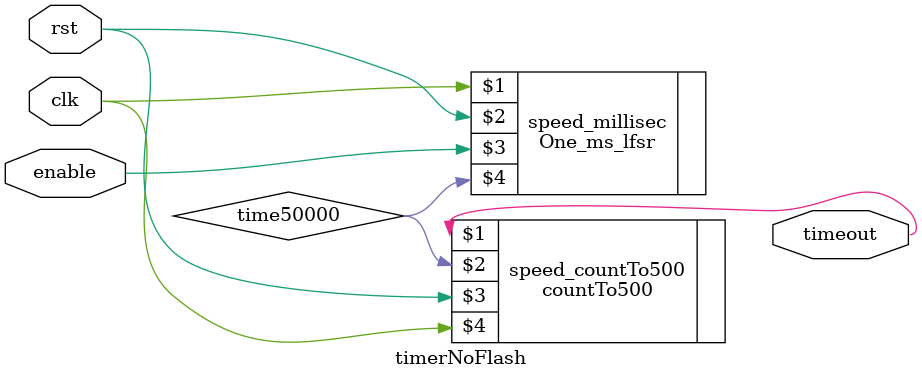
<source format=v>
module timerNoFlash(timeout, enable, rst, clk);
input rst, clk, enable;
output timeout;
wire time50000;

One_ms_lfsr speed_millisec(clk, rst, enable, time50000);
countTo500 speed_countTo500(timeout, time50000, rst, clk);


endmodule 
</source>
